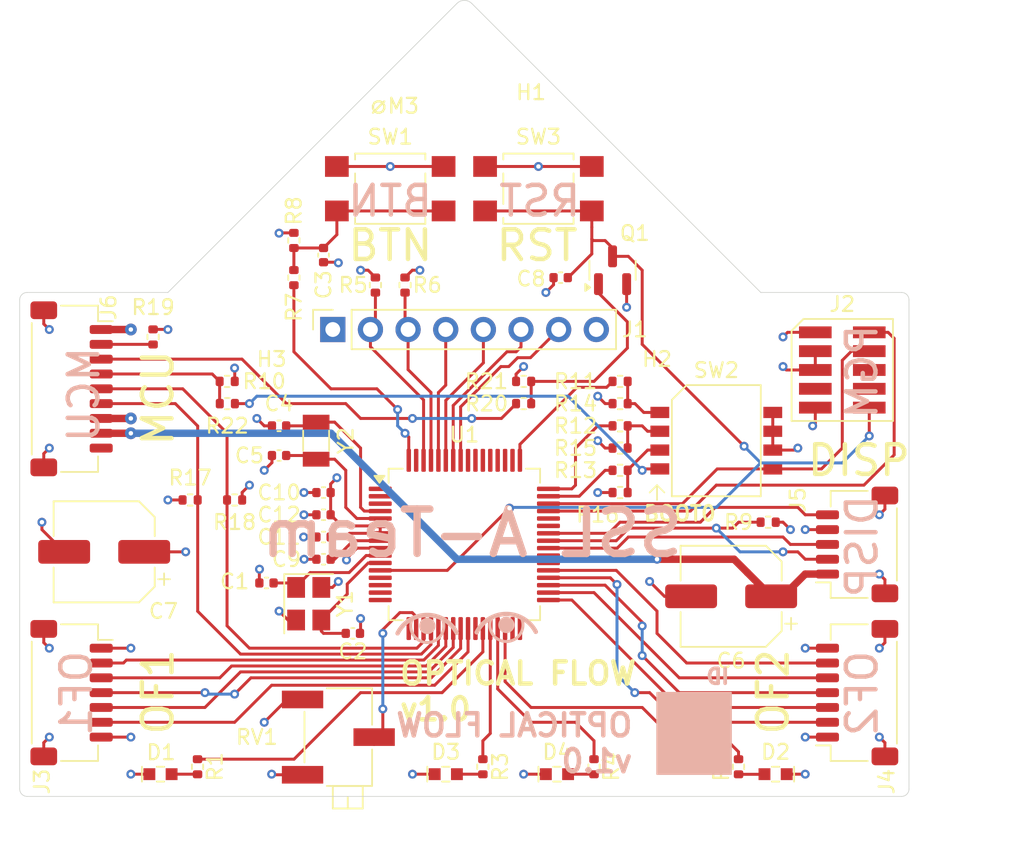
<source format=kicad_pcb>
(kicad_pcb (version 20240108) (generator "pcbnew") (generator_version "8.0")
  (layers (0 "F.Cu" signal) (1 "In1.Cu" signal) (2 "In2.Cu" signal) (31 "B.Cu" signal) (34 "B.Paste" user) (35 "F.Paste" user) (36 "B.SilkS" user "B.Silkscreen") (37 "F.SilkS" user "F.Silkscreen") (38 "B.Mask" user) (39 "F.Mask" user) (44 "Edge.Cuts" user))
  (net 0 "")
  (net 1 "GND")
  (net 2 "/NRST")
  (net 3 "+3.3V")
  (net 4 "Net-(U1-PF0)")
  (net 5 "Net-(U1-PF1)")
  (net 6 "+5V")
  (net 7 "Net-(C3-Pad1)")
  (net 8 "Net-(D1-A)")
  (net 9 "Net-(D2-A)")
  (net 10 "Net-(D3-A)")
  (net 11 "Net-(D4-A)")
  (net 12 "/SWDIO")
  (net 13 "/SWCLK")
  (net 14 "/MCU_BOOT_RX")
  (net 15 "/MCU_BOOT_RST")
  (net 16 "+12V")
  (net 17 "/MCU_BOOT_~{DET}")
  (net 18 "/MCU_BOOT_BOOT0")
  (net 19 "/MCU_BOOT_TX")
  (net 20 "/OPTICAL_1_MOSI")
  (net 21 "/OPTICAL_1_MISO")
  (net 22 "/OPTICAL_1_NSS")
  (net 23 "/OPTICAL_1_SCK")
  (net 24 "/OPTICAL_1_INT")
  (net 25 "/DISPLAY_~{RST}")
  (net 26 "/DISPLAY_RX")
  (net 27 "/DISPLAY_TX")
  (net 28 "/GPIO_PB6")
  (net 29 "/GPIO_PB4")
  (net 30 "/GPIO_PB5")
  (net 31 "/GPIO_PB3")
  (net 32 "/I2C_1_SDA")
  (net 33 "/I2C_1_SCL")
  (net 37 "/OPTICAL_2_MOSI")
  (net 38 "/OPTICAL_2_MISO")
  (net 39 "/OPTICAL_2_INT")
  (net 40 "/OPTICAL_2_NSS")
  (net 41 "/OPTICAL_2_SCK")
  (net 42 "Net-(R11-Pad1)")
  (net 43 "Net-(R12-Pad1)")
  (net 44 "Net-(R13-Pad1)")
  (net 45 "/32KHZ_CLK_REF")
  (net 46 "Net-(Q1-G)")
  (net 48 "/DIP_2")
  (net 49 "/DIP_1")
  (net 50 "/DIP_0")
  (net 51 "/USR_BTN")
  (net 52 "/LED_BLUE_1")
  (net 53 "/LED_BLUE_2")
  (net 54 "/LED_GREEN")
  (net 55 "/LED_RED")
  (net 56 "/USER_ADJ1")
  (net 74 "Net-(R22-Pad2)")
  (net 80 "Net-(U1-PC15)")
  (footprint "Button_Switch_SMD:SW_SPST_TL3305A" (layer "F.Cu") (at 161 81 180)
    (property "Reference" "SW1")
    (property "Value" "BTN0")
  )
  (footprint "Resistor_SMD:R_0402_1005Metric" (layer "F.Cu") (at 150.5 102 180)
    (property "Reference" "R18")
    (property "Value" "100k")
  )
  (footprint "AT-LED:LED0603" (layer "F.Cu") (at 187 120.5 180)
    (property "Reference" "D2")
    (property "Value" "XL-1608UBC-04")
  )
  (footprint "Resistor_SMD:R_0402_1005Metric" (layer "F.Cu") (at 147.5 102)
    (property "Reference" "R17")
    (property "Value" "100k")
  )
  (footprint "Package_QFP:LQFP-64_10x10mm_P0.5mm" (layer "F.Cu") (at 166 105)
    (property "Reference" "U1")
    (property "Value" "STM32G071RBTx")
  )
  (footprint "Capacitor_SMD:C_0402_1005Metric" (layer "F.Cu") (at 156.5 106)
    (property "Reference" "C9")
    (property "Value" "4.7u 6.3V")
  )
  (footprint "Capacitor_SMD:C_0402_1005Metric" (layer "F.Cu") (at 156.5 101.5)
    (property "Reference" "C10")
    (property "Value" "1u 6.3V")
  )
  (footprint "Capacitor_SMD:C_0402_1005Metric" (layer "F.Cu") (at 158.48 111)
    (property "Reference" "C2")
    (property "Value" "11pF 6.3V")
  )
  (footprint "Resistor_SMD:R_0402_1005Metric" (layer "F.Cu") (at 167.25 120 -90)
    (property "Reference" "R3")
    (property "Value" "10k")
  )
  (footprint "Resistor_SMD:R_0402_1005Metric" (layer "F.Cu") (at 184.5 120 -90)
    (property "Reference" "R2")
    (property "Value" "10k")
  )
  (footprint "Resistor_SMD:R_0402_1005Metric" (layer "F.Cu") (at 186.5 103.5 180)
    (property "Reference" "R9")
    (property "Value" "100k")
  )
  (footprint "Resistor_SMD:R_0402_1005Metric" (layer "F.Cu") (at 174.75 120 -90)
    (property "Reference" "R4")
    (property "Value" "10k")
  )
  (footprint "Connector_JST:JST_SH_SM09B-SRSS-TB_1x09-1MP_P1.00mm_Horizontal" (layer "F.Cu") (at 139.5 94.5 -90)
    (property "Reference" "J6")
    (property "Value" "SM09B-SRSS-TB")
  )
  (footprint "Resistor_SMD:R_0402_1005Metric" (layer "F.Cu") (at 176.51 97 180)
    (property "Reference" "R12")
    (property "Value" "330")
  )
  (footprint "Button_Switch_SMD:SW_SPST_TL3305A" (layer "F.Cu") (at 171 81)
    (property "Reference" "SW3")
    (property "Value" "RST")
  )
  (footprint "MountingHole:MountingHole_3.2mm_M3" (layer "F.Cu") (at 182 89)
    (property "Reference" "H2")
    (property "Value" "M3")
  )
  (footprint "Resistor_SMD:R_0402_1005Metric" (layer "F.Cu") (at 154.5 87 90)
    (property "Reference" "R7")
    (property "Value" "330")
  )
  (footprint "Capacitor_SMD:C_0402_1005Metric" (layer "F.Cu") (at 152.65 107.6 180)
    (property "Reference" "C1")
    (property "Value" "11pF 6.3V")
  )
  (footprint "Package_TO_SOT_SMD:SOT-23" (layer "F.Cu") (at 176 86.5 90)
    (property "Reference" "Q1")
    (property "Value" "BSS138K")
  )
  (footprint "Connector_PinSocket_2.54mm:PinSocket_1x08_P2.54mm_Vertical" (layer "F.Cu") (at 157.125 90.5 90)
    (property "Reference" "J1")
    (property "Value" "0.1\" Header")
  )
  (footprint "MountingHole:MountingHole_3.2mm_M3" (layer "F.Cu") (at 150 89)
    (property "Reference" "H3")
    (property "Value" "M3")
  )
  (footprint "Crystal:Crystal_SMD_3215-2Pin_3.2x1.5mm" (layer "F.Cu") (at 156 98 -90)
    (property "Reference" "Y2")
    (property "Value" "Q13FC13500005")
  )
  (footprint "Crystal:Crystal_SMD_3225-4Pin_3.2x2.5mm" (layer "F.Cu") (at 155.5 109 -90)
    (property "Reference" "Y1")
    (property "Value" "TAXM8M4RDBCCT2T")
  )
  (footprint "AT-Connectors:Samtec-2x5pin-1.27mm" (layer "F.Cu") (at 191.5 93.23 -90)
    (property "Reference" "J2")
    (property "Value" "Conn_ARM_JTAG_SWD_10")
  )
  (footprint "Potentiometer_SMD:Potentiometer_Bourns_3269X_Horizontal" (layer "F.Cu") (at 157.5 118 90)
    (property "Reference" "RV1")
    (property "Value" "ACFG1")
  )
  (footprint "Resistor_SMD:R_0402_1005Metric" (layer "F.Cu") (at 150.01 95.5)
    (property "Reference" "R22")
    (property "Value" "330")
  )
  (footprint "Connector_JST:JST_SH_SM05B-SRSS-TB_1x05-1MP_P1.00mm_Horizontal" (layer "F.Cu") (at 192.5 105 90)
    (property "Reference" "J5")
    (property "Value" "SM05B-SRSS-TB")
  )
  (footprint "AT-LED:LED0603" (layer "F.Cu") (at 145.5 120.5)
    (property "Reference" "D1")
    (property "Value" "XL-1608UBC-04")
  )
  (footprint "Resistor_SMD:R_0402_1005Metric" (layer "F.Cu") (at 176.51 98.5)
    (property "Reference" "R15")
    (property "Value" "10k")
  )
  (footprint "Resistor_SMD:R_0402_1005Metric" (layer "F.Cu") (at 170 94 180)
    (property "Reference" "R21")
    (property "Value" "10k")
  )
  (footprint "Resistor_SMD:R_0402_1005Metric" (layer "F.Cu") (at 150 94 180)
    (property "Reference" "R10")
    (property "Value" "100k")
  )
  (footprint "Resistor_SMD:R_0402_1005Metric" (layer "F.Cu") (at 176.51 100 180)
    (property "Reference" "R13")
    (property "Value" "330")
  )
  (footprint "Connector_JST:JST_SH_SM07B-SRSS-TB_1x07-1MP_P1.00mm_Horizontal" (layer "F.Cu") (at 139.5 115 -90)
    (property "Reference" "J3")
    (property "Value" "SM07B-SRSS-TB")
  )
  (footprint "Resistor_SMD:R_0402_1005Metric" (layer "F.Cu") (at 145 91 -90)
    (property "Reference" "R19")
    (property "Value" "330")
  )
  (footprint "Resistor_SMD:R_0402_1005Metric" (layer "F.Cu") (at 176.51 94 180)
    (property "Reference" "R11")
    (property "Value" "330")
  )
  (footprint "Resistor_SMD:R_0402_1005Metric" (layer "F.Cu") (at 154.5 84.49 90)
    (property "Reference" "R8")
    (property "Value" "10k")
  )
  (footprint "Resistor_SMD:R_0402_1005Metric" (layer "F.Cu") (at 176.51 101.5)
    (property "Reference" "R16")
    (property "Value" "10k")
  )
  (footprint "Capacitor_SMD:C_0402_1005Metric" (layer "F.Cu") (at 156.5 85.48 -90)
    (property "Reference" "C3")
    (property "Value" "100n 6.3V")
  )
  (footprint "Resistor_SMD:R_0402_1005Metric" (layer "F.Cu") (at 160 87.5 -90)
    (property "Reference" "R5")
    (property "Value" "2.2k")
  )
  (footprint "MountingHole:MountingHole_3.2mm_M3" (layer "F.Cu") (at 166 73)
    (property "Reference" "H1")
    (property "Value" "M3")
  )
  (footprint "AT-LED:LED0603" (layer "F.Cu") (at 164.75 120.5)
    (property "Reference" "D3")
    (property "Value" "XL-1608UGC-04")
  )
  (footprint "Connector_JST:JST_SH_SM07B-SRSS-TB_1x07-1MP_P1.00mm_Horizontal" (layer "F.Cu") (at 192.5 115 90)
    (property "Reference" "J4")
    (property "Value" "SM07B-SRSS-TB")
  )
  (footprint "Capacitor_SMD:C_0402_1005Metric" (layer "F.Cu") (at 153.5 99 180)
    (property "Reference" "C5")
    (property "Value" "15pF 6.3V")
  )
  (footprint "Resistor_SMD:R_0402_1005Metric" (layer "F.Cu") (at 148 120 -90)
    (property "Reference" "R1")
    (property "Value" "10k")
  )
  (footprint "Capacitor_SMD:CP_Elec_6.3x5.4_Nichicon" (layer "F.Cu") (at 184 108.5 180)
    (property "Reference" "C6")
    (property "Value" "100u")
  )
  (footprint "AT-LED:LED0603" (layer "F.Cu") (at 172.25 120.5)
    (property "Reference" "D4")
    (property "Value" "XL-1608SURC-06")
  )
  (footprint "Resistor_SMD:R_0402_1005Metric" (layer "F.Cu") (at 176.51 95.5)
    (property "Reference" "R14")
    (property "Value" "10k")
  )
  (footprint "Capacitor_SMD:C_0402_1005Metric" (layer "F.Cu") (at 156.5 103 180)
    (property "Reference" "C12")
    (property "Value" "100n 6.3V")
  )
  (footprint "Capacitor_SMD:C_0402_1005Metric" (layer "F.Cu") (at 153.5 97 180)
    (property "Reference" "C4")
    (property "Value" "15pF 6.3V")
  )
  (footprint "Capacitor_SMD:C_0402_1005Metric" (layer "F.Cu") (at 172.5 87 180)
    (property "Reference" "C8")
    (property "Value" "100n 6.3V")
  )
  (footprint "Resistor_SMD:R_0402_1005Metric" (layer "F.Cu") (at 162 87.5 -90)
    (property "Reference" "R6")
    (property "Value" "2.2k")
  )
  (footprint "AT-Switches:CHP-041TB" (layer "F.Cu") (at 183 98 -90)
    (property "Reference" "SW2")
    (property "Value" "SW_DIP_x04")
  )
  (footprint "Resistor_SMD:R_0402_1005Metric" (layer "F.Cu") (at 170 95.5)
    (property "Reference" "R20")
    (property "Value" "100")
  )
  (footprint "Capacitor_SMD:C_0402_1005Metric" (layer "F.Cu") (at 156.5 104.5 180)
    (property "Reference" "C11")
    (property "Value" "100n 6.3V")
  )
  (footprint "Capacitor_SMD:CP_Elec_6.3x5.4_Nichicon" (layer "F.Cu") (at 141.7 105.5 180)
    (property "Reference" "C7")
    (property "Value" "100u")
  )
  (gr_circle (center 168.836005 110.431937) (end 169.336005 110.431937) (stroke (width 0.1)) (fill solid) (layer "B.SilkS"))
  (gr_arc (start 169.836004 109.931937) (mid 168.836005 111.549969) (end 167.836006 109.931937) (stroke (width 0.2)) (layer "B.SilkS"))
  (gr_circle (center 163.499999 110.5) (end 163.999999 110.5) (stroke (width 0.1)) (fill solid) (layer "B.SilkS"))
  (gr_arc (start 161.497562 110.998787) (mid 163.480729 109.761294) (end 165.484904 110.964466) (stroke (width 0.3)) (layer "B.SilkS"))
  (gr_rect (start 179 115) (end 184 120.5) (stroke (width 0.1)) (fill solid) (layer "B.SilkS"))
  (gr_arc (start 164.499998 110) (mid 163.499999 111.618032) (end 162.5 110) (stroke (width 0.2)) (layer "B.SilkS"))
  (gr_arc (start 166.833568 110.930724) (mid 168.816735 109.693231) (end 170.82091 110.896403) (stroke (width 0.3)) (layer "B.SilkS"))
  (gr_line (start 179 101) (end 179.5 101.5) (stroke (width 0.1)) (layer "F.SilkS"))
  (gr_line (start 179 101) (end 179 102) (stroke (width 0.1)) (layer "F.SilkS"))
  (gr_line (start 179 102) (end 179 101) (stroke (width 0.1)) (layer "F.SilkS"))
  (gr_line (start 178.5 101.5) (end 179 101) (stroke (width 0.1)) (layer "F.SilkS"))
  (gr_line (start 179 101) (end 178.5 101.5) (stroke (width 0.1)) (layer "F.SilkS"))
  (gr_line (start 195.5 88) (end 186 88) (stroke (width 0.05)) (layer "Edge.Cuts"))
  (gr_line (start 146 88) (end 165.5 68.5) (stroke (width 0.05)) (layer "Edge.Cuts"))
  (gr_line (start 195.999999 88.499999) (end 195.999999 121.500001) (stroke (width 0.05)) (layer "Edge.Cuts"))
  (gr_arc (start 136.5 122) (mid 136.146447 121.853553) (end 136 121.5) (stroke (width 0.05)) (layer "Edge.Cuts"))
  (gr_line (start 195.5 122) (end 136.5 122) (stroke (width 0.05)) (layer "Edge.Cuts"))
  (gr_arc (start 136 88.5) (mid 136.146446 88.146447) (end 136.499999 88) (stroke (width 0.05)) (layer "Edge.Cuts"))
  (gr_line (start 136 121.5) (end 136 88.5) (stroke (width 0.05)) (layer "Edge.Cuts"))
  (gr_arc (start 165.5 68.5) (mid 166 68.292893) (end 166.5 68.5) (stroke (width 0.05)) (layer "Edge.Cuts"))
  (gr_line (start 166.5 68.5) (end 186 88) (stroke (width 0.05)) (layer "Edge.Cuts"))
  (gr_arc (start 195.5 88) (mid 195.853553 88.146446) (end 195.999999 88.499999) (stroke (width 0.05)) (layer "Edge.Cuts"))
  (gr_arc (start 195.999999 121.500001) (mid 195.853552 121.853553) (end 195.5 122) (stroke (width 0.05)) (layer "Edge.Cuts"))
  (gr_line (start 146 88) (end 136.499999 88) (stroke (width 0.05)) (layer "Edge.Cuts"))
  (gr_text "MCU\n" (at 141.5 91.5 90) (layer "B.SilkS") (effects (font (size 2 2) (thickness 0.3)) (justify left bottom mirror)))
  (gr_text "SSL A-Team" (at 181 106 0) (layer "B.SilkS") (effects (font (size 3 3) (thickness 0.5) (bold yes)) (justify left bottom mirror)))
  (gr_text "BTN" (at 164 83 -0) (layer "B.SilkS") (effects (font (size 2 2) (thickness 0.3)) (justify left bottom mirror)))
  (gr_text "DISP" (at 194 101.5 90) (layer "B.SilkS") (effects (font (size 2 2) (thickness 0.3)) (justify left bottom mirror)))
  (gr_text "PGM" (at 194 90 90) (layer "B.SilkS") (effects (font (size 2 2) (thickness 0.3)) (justify left bottom mirror)))
  (gr_text "OPTICAL FLOW\nv1.0" (at 177.5 120.5 -0) (layer "B.SilkS") (effects (font (size 1.5 1.5) (thickness 0.3) (bold yes)) (justify left bottom mirror)))
  (gr_text "OF2\n" (at 194 112 90) (layer "B.SilkS") (effects (font (size 2 2) (thickness 0.3)) (justify left bottom mirror)))
  (gr_text "OF1" (at 141 112 90) (layer "B.SilkS") (effects (font (size 2 2) (thickness 0.3)) (justify left bottom mirror)))
  (gr_text "RST" (at 174 83 -0) (layer "B.SilkS") (effects (font (size 2 2) (thickness 0.3)) (justify left bottom mirror)))
  (gr_text "ID" (at 184 114.5 0) (layer "B.SilkS") (effects (font (size 1 1) (thickness 0.25) (bold yes)) (justify left bottom mirror)))
  (gr_text "OF1" (at 146.5 118 90) (layer "F.SilkS") (effects (font (size 2 2) (thickness 0.3)) (justify left bottom)))
  (gr_text "MCU\n" (at 146.5 98.5 90) (layer "F.SilkS") (effects (font (size 2 2) (thickness 0.3)) (justify left bottom)))
  (gr_text "RST" (at 168 86 0) (layer "F.SilkS") (effects (font (size 2 2) (thickness 0.3)) (justify left bottom)))
  (gr_text "BOOT0" (at 178 103.5 0) (layer "F.SilkS") (effects (font (size 1 1) (thickness 0.2) (bold yes)) (justify left bottom)))
  (gr_text "OPTICAL FLOW\nv1.0" (at 161.5 117 0) (layer "F.SilkS") (effects (font (size 1.5 1.5) (thickness 0.3) (bold yes)) (justify left bottom)))
  (gr_text "OF2\n" (at 188 118 90) (layer "F.SilkS") (effects (font (size 2 2) (thickness 0.3)) (justify left bottom)))
  (gr_text "⌀M3" (at 159.5 76 0) (layer "F.SilkS") (effects (font (size 1 1)) (justify left bottom)))
  (gr_text "DISP" (at 189 100.5 0) (layer "F.SilkS") (effects (font (size 2 2) (thickness 0.3)) (justify left bottom)))
  (gr_text "BTN" (at 158 86 0) (layer "F.SilkS") (effects (font (size 2 2) (thickness 0.3)) (justify left bottom)))
  (segment (start 194.375 111.625) (end 194.375 110.7) (width 0.2) (layer "F.Cu") (net 1))
  (segment (start 157.1 107.9) (end 157.5 107.5) (width 0.2) (layer "F.Cu") (net 1))
  (segment (start 172.02 87.48) (end 172.02 87) (width 0.2) (layer "F.Cu") (net 1))
  (segment (start 150.51 94) (end 150.51 93.11) (width 0.2) (layer "F.Cu") (net 1))
  (segment (start 152.17 106.6809) (end 152.17 107.6) (width 0.2) (layer "F.Cu") (net 1))
  (segment (start 189.68 91.96) (end 189.68 93.23) (width 0.2) (layer "F.Cu") (net 1))
  (segment (start 137.625 89.2) (end 137.625 90.125) (width 0.2) (layer "F.Cu") (net 1))
  (segment (start 144.75 120.5) (end 143.5 120.5) (width 0.2) (layer "F.Cu") (net 1))
  (segment (start 194.375 107.375) (end 194 107) (width 0.2) (layer "F.Cu") (net 1))
  (segment (start 137.625 110.7) (end 137.625 111.625) (width 0.2) (layer "F.Cu") (net 1))
  (segment (start 194.375 101.7) (end 194.375 102.625) (width 0.2) (layer "F.Cu") (net 1))
  (segment (start 189.68 93.23) (end 187.73 93.23) (width 0.2) (layer "F.Cu") (net 1))
  (segment (start 187.73 93.23) (end 187.5 93) (width 0.2) (layer "F.Cu") (net 1))
  (segment (start 171.5 88) (end 172.02 87.48) (width 0.2) (layer "F.Cu") (net 1))
  (segment (start 190.5 112) (end 189 112) (width 0.2) (layer "F.Cu") (net 1))
  (segment (start 150.51 93.11) (end 150.5 93.1) (width 0.2) (layer "F.Cu") (net 1))
  (segment (start 137.5 104) (end 137.5 103.5) (width 0.2) (layer "F.Cu") (net 1))
  (segment (start 137.625 111.625) (end 138 112) (width 0.2) (layer "F.Cu") (net 1))
  (segment (start 181.3 108.5) (end 179.5 108.5) (width 0.2) (layer "F.Cu") (net 1))
  (segment (start 145.99 90.49) (end 146 90.5) (width 0.2) (layer "F.Cu") (net 1))
  (segment (start 139 105.5) (end 137.5 104) (width 0.2) (layer "F.Cu") (net 1))
  (segment (start 176 95.5) (end 175.5 95.5) (width 0.2) (layer "F.Cu") (net 1))
  (segment (start 167.4 79.5) (end 174.6 79.5) (width 0.2) (layer "F.Cu") (net 1))
  (segment (start 153.52 83.98) (end 153.5 84) (width 0.2) (layer "F.Cu") (net 1))
  (segment (start 137.625 98.875) (end 138 98.5) (width 0.2) (layer "F.Cu") (net 1))
  (segment (start 194.375 102.625) (end 194 103) (width 0.2) (layer "F.Cu") (net 1))
  (segment (start 176.95 87.4375) (end 176.95 89) (width 0.2) (layer "F.Cu") (net 1))
  (segment (start 176 101.5) (end 175 101.5) (width 0.2) (layer "F.Cu") (net 1))
  (segment (start 153 120.5) (end 153.04 120.54) (width 0.2) (layer "F.Cu") (net 1))
  (segment (start 145 90.49) (end 145.99 90.49) (width 0.2) (layer "F.Cu") (net 1))
  (segment (start 156.02 106) (end 155.188105 106) (width 0.2) (layer "F.Cu") (net 1))
  (segment (start 137.625 99.8) (end 137.625 98.875) (width 0.2) (layer "F.Cu") (net 1))
  (segment (start 194.375 108.3) (end 194.375 107.375) (width 0.2) (layer "F.Cu") (net 1))
  (segment (start 152.179658 106.671242) (end 152.17 106.6809) (width 0.2) (layer "F.Cu") (net 1))
  (segment (start 194.375 119.3) (end 194.375 118.375) (width 0.2) (layer "F.Cu") (net 1))
  (segment (start 155.179922 101.5) (end 156.02 101.5) (width 0.2) (layer "F.Cu") (net 1))
  (segment (start 158.75 105.25) (end 158.049265 105.950735) (width 0.2) (layer "F.Cu") (net 1))
  (segment (start 169.49 94) (end 169.49 93.51) (width 0.2) (layer "F.Cu") (net 1))
  (segment (start 156.35 107.9) (end 157.1 107.9) (width 0.2) (layer "F.Cu") (net 1))
  (segment (start 152.5 97) (end 152 96.5) (width 0.2) (layer "F.Cu") (net 1))
  (segment (start 155.177533 103) (end 156.02 103) (width 0.2) (layer "F.Cu") (net 1))
  (segment (start 164 120.5) (end 162.5 120.5) (width 0.2) (layer "F.Cu") (net 1))
  (segment (start 157.46 85.96) (end 157.5 86) (width 0.2) (layer "F.Cu") (net 1))
  (segment (start 187.75 120.5) (end 189 120.5) (width 0.2) (layer "F.Cu") (net 1))
  (segment (start 153.02 97) (end 152.5 97) (width 0.2) (layer "F.Cu") (net 1))
  (segment (start 153.5 109.5) (end 154.1 110.1) (width 0.2) (layer "F.Cu") (net 1))
  (segment (start 153.04 120.54) (end 155.085 120.54) (width 0.2) (layer "F.Cu") (net 1))
  (segment (start 156.5 85.96) (end 157.46 85.96) (width 0.2) (layer "F.Cu") (net 1))
  (segment (start 189.68 95.77) (end 189.68 96.82) (width 0.2) (layer "F.Cu") (net 1))
  (segment (start 156.02 104.5) (end 155.155858 104.5) (width 0.2) (layer "F.Cu") (net 1))
  (segment (start 179.5 108.5) (end 178.5 107.5) (width 0.2) (layer "F.Cu") (net 1))
  (segment (start 154.1 110.1) (end 154.65 110.1) (width 0.2) (layer "F.Cu") (net 1))
  (segment (start 153.02 99.48) (end 152.5 100) (width 0.2) (layer "F.Cu") (net 1))
  (segment (start 175.5 98.5) (end 175 98) (width 0.2) (layer "F.Cu") (net 1))
  (segment (start 190.5 104) (end 189 104) (width 0.2) (layer "F.Cu") (net 1))
  (segment (start 194 112) (end 194.375 111.625) (width 0.2) (layer "F.Cu") (net 1))
  (segment (start 153.02 99) (end 153.02 99.48) (width 0.2) (layer "F.Cu") (net 1))
  (segment (start 176 98.5) (end 175.5 98.5) (width 0.2) (layer "F.Cu") (net 1))
  (segment (start 169.49 93.51) (end 170 93) (width 0.2) (layer "F.Cu") (net 1))
  (segment (start 175.5 95.5) (end 175 95) (width 0.2) (layer "F.Cu") (net 1))
  (segment (start 159 111) (end 159 110) (width 0.2) (layer "F.Cu") (net 1))
  (segment (start 158.96 111.04) (end 159 111) (width 0.2) (layer "F.Cu") (net 1))
  (segment (start 158.049265 105.950735) (end 158.049265 106.049265) (width 0.2) (layer "F.Cu") (net 1))
  (segment (start 194.375 118.375) (end 194 118) (width 0.2) (layer "F.Cu") (net 1))
  (segment (start 137.625 118.375) (end 138 118) (width 0.2) (layer "F.Cu") (net 1))
  (segment (start 137.625 90.125) (end 138 90.5) (width 0.2) (layer "F.Cu") (net 1))
  (segment (start 154.5 83.98) (end 153.52 83.98) (width 0.2) (layer "F.Cu") (net 1))
  (segment (start 137.625 119.3) (end 137.625 118.375) (width 0.2) (layer "F.Cu") (net 1))
  (segment (start 160.325 105.25) (end 158.75 105.25) (width 0.2) (layer "F.Cu") (net 1))
  (segment (start 141.5 90.5) (end 143.5 90.5) (width 0.5) (layer "F.Cu") (net 1))
  (segment (start 141.5 118) (end 143.5 118) (width 0.2) (layer "F.Cu") (net 1))
  (segment (start 171.5 120.5) (end 170 120.5) (width 0.2) (layer "F.Cu") (net 1))
  (segment (start 189.68 96.82) (end 189.5 97) (width 0.2) (layer "F.Cu") (net 1))
  (via (at 194 103) (size 0.6) (drill 0.3) (layers "F.Cu" "B.Cu") (net 1))
  (via (at 152 96.5) (size 0.6) (drill 0.3) (layers "F.Cu" "B.Cu") (net 1))
  (via (at 159 110) (size 0.6) (drill 0.3) (layers "F.Cu" "B.Cu") (net 1))
  (via (at 176.95 89) (size 0.6) (drill 0.3) (layers "F.Cu" "B.Cu") (net 1))
  (via (at 150.5 93.1) (size 0.6) (drill 0.3) (layers "F.Cu" "B.Cu") (net 1))
  (via (at 194 118) (size 0.6) (drill 0.3) (layers "F.Cu" "B.Cu") (net 1))
  (via (at 187.5 93) (size 0.6) (drill 0.3) (layers "F.Cu" "B.Cu") (net 1))
  (via (at 162.5 120.5) (size 0.6) (drill 0.3) (layers "F.Cu" "B.Cu") (net 1))
  (via (at 189.5 97) (size 0.6) (drill 0.3) (layers "F.Cu" "B.Cu") (net 1))
  (via (at 171.5 88) (size 0.6) (drill 0.3) (layers "F.Cu" "B.Cu") (net 1))
  (via (at 189 120.5) (size 0.6) (drill 0.3) (layers "F.Cu" "B.Cu") (net 1))
  (via (at 175 101.5) (size 0.6) (drill 0.3) (layers "F.Cu" "B.Cu") (net 1))
  (via (at 194 112) (size 0.6) (drill 0.3) (layers "F.Cu" "B.Cu") (net 1))
  (via (at 153 120.5) (size 0.6) (drill 0.3) (layers "F.Cu" "B.Cu") (net 1))
  (via (at 153.5 109.5) (size 0.6) (drill 0.3) (layers "F.Cu" "B.Cu") (net 1))
  (via (at 143.5 120.5) (size 0.6) (drill 0.3) (layers "F.Cu" "B.Cu") (net 1))
  (via (at 146 90.5) (size 0.6) (drill 0.3) (layers "F.Cu" "B.Cu") (net 1))
  (via (at 171 79.5) (size 0.6) (drill 0.3) (layers "F.Cu" "B.Cu") (net 1))
  (via (at 155.155858 104.5) (size 0.6) (drill 0.3) (layers "F.Cu" "B.Cu") (net 1))
  (via (at 152.179658 106.671242) (size 0.6) (drill 0.3) (layers "F.Cu" "B.Cu") (net 1))
  (via (at 155.177533 103) (size 0.6) (drill 0.3) (layers "F.Cu" "B.Cu") (net 1))
  (via (at 175 95) (size 0.6) (drill 0.3) (layers "F.Cu" "B.Cu") (net 1))
  (via (at 157.5 107.5) (size 0.6) (drill 0.3) (layers "F.Cu" "B.Cu") (net 1))
  (via (at 194 107) (size 0.6) (drill 0.3) (layers "F.Cu" "B.Cu") (net 1))
  (via (at 178.5 107.5) (size 0.6) (drill 0.3) (layers "F.Cu" "B.Cu") (net 1))
  (via (at 137.5 103.5) (size 0.6) (drill 0.3) (layers "F.Cu" "B.Cu") (net 1))
  (via (at 189 104) (size 0.6) (drill 0.3) (layers "F.Cu" "B.Cu") (net 1))
  (via (at 153.5 84) (size 0.6) (drill 0.3) (layers "F.Cu" "B.Cu") (net 1))
  (via (at 155.179922 101.5) (size 0.6) (drill 0.3) (layers "F.Cu" "B.Cu") (net 1))
  (via (at 138 98.5) (size 0.6) (drill 0.3) (layers "F.Cu" "B.Cu") (net 1))
  (via (at 175 98) (size 0.6) (drill 0.3) (layers "F.Cu" "B.Cu") (net 1))
  (via (at 138 112) (size 0.6) (drill 0.3) (layers "F.Cu" "B.Cu") (net 1))
  (via (at 143.5 90.5) (size 0.8) (drill 0.3) (layers "F.Cu" "B.Cu") (net 1))
  (via (at 152.5 100) (size 0.6) (drill 0.3) (layers "F.Cu" "B.Cu") (net 1))
  (via (at 138 90.5) (size 0.6) (drill 0.3) (layers "F.Cu" "B.Cu") (net 1))
  (via (at 170 93) (size 0.6) (drill 0.3) (layers "F.Cu" "B.Cu") (net 1))
  (via (at 155.188105 106) (size 0.6) (drill 0.3) (layers "F.Cu" "B.Cu") (net 1))
  (via (at 157.5 86) (size 0.6) (drill 0.3) (layers "F.Cu" "B.Cu") (net 1))
  (via (at 170 120.5) (size 0.6) (drill 0.3) (layers "F.Cu" "B.Cu") (net 1))
  (via (at 143.5 118) (size 0.6) (drill 0.3) (layers "F.Cu" "B.Cu") (net 1))
  (via (at 189 112) (size 0.6) (drill 0.3) (layers "F.Cu" "B.Cu") (net 1))
  (via (at 158.049265 106.049265) (size 0.6) (drill 0.3) (layers "F.Cu" "B.Cu") (net 1))
  (via (at 138 118) (size 0.6) (drill 0.3) (layers "F.Cu" "B.Cu") (net 1))
  (segment (start 174.6 84.4) (end 174.6 83.6) (width 0.2) (layer "F.Cu") (net 2))
  (segment (start 178 86.5) (end 177.0625 85.5625) (width 0.2) (layer "F.Cu") (net 2))
  (segment (start 172.98 87) (end 173 87) (width 0.2) (layer "F.Cu") (net 2))
  (segment (start 174.6 84.4) (end 174.7 84.5) (width 0.2) (layer "F.Cu") (net 2))
  (segment (start 174.6 82.5) (end 174.6 83.6) (width 0.2) (layer "F.Cu") (net 2))
  (segment (start 174.7 84.5) (end 175.5 84.5) (width 0.2) (layer "F.Cu") (net 2))
  (segment (start 167.4 82.5) (end 174.6 82.5) (width 0.2) (layer "F.Cu") (net 2))
  (segment (start 174.6 85.4) (end 174.6 84.4) (width 0.2) (layer "F.Cu") (net 2))
  (segment (start 164.85 106.75) (end 160.325 106.75) (width 0.2) (layer "F.Cu") (net 2))
  (segment (start 177.0625 85.5625) (end 176 85.5625) (width 0.2) (layer "F.Cu") (net 2))
  (segment (start 176 85) (end 176 85.5625) (width 0.2) (layer "F.Cu") (net 2))
  (segment (start 169.05 102.55) (end 164.85 106.75) (width 0.2) (layer "F.Cu") (net 2))
  (segment (start 173 87) (end 174.6 85.4) (width 0.2) (layer "F.Cu") (net 2))
  (segment (start 178 91.5) (end 178 86.5) (width 0.2) (layer "F.Cu") (net 2))
  (segment (start 184.875 98.375) (end 178 91.5) (width 0.2) (layer "F.Cu") (net 2))
  (segment (start 175.5 84.5) (end 176 85) (width 0.2) (layer "F.Cu") (net 2))
  (segment (start 193.32 97.68) (end 193.32 95.77) (width 0.2) (layer "F.Cu") (net 2))
  (via (at 184.875 98.375) (size 0.6) (drill 0.3) (layers "F.Cu" "B.Cu") (net 2))
  (via (at 169.05 102.55) (size 0.6) (drill 0.3) (layers "F.Cu" "B.Cu") (net 2))
  (via (at 193.32 97.68) (size 0.6) (drill 0.3) (layers "F.Cu" "B.Cu") (net 2))
  (segment (start 193.32 97.68) (end 191.5 99.5) (width 0.2) (layer "B.Cu") (net 2))
  (segment (start 169.05 102.55) (end 169.1 102.5) (width 0.2) (layer "B.Cu") (net 2))
  (segment (start 186 99.5) (end 184.875 98.375) (width 0.2) (layer "B.Cu") (net 2))
  (segment (start 183 102.5) (end 186 99.5) (width 0.2) (layer "B.Cu") (net 2))
  (segment (start 191.5 99.5) (end 186 99.5) (width 0.2) (layer "B.Cu") (net 2))
  (segment (start 169.1 102.5) (end 183 102.5) (width 0.2) (layer "B.Cu") (net 2))
  (segment (start 144.4 105.5) (end 147.2 105.5) (width 0.2) (layer "F.Cu") (net 3))
  (segment (start 186.81 98.635) (end 186.81 97.365) (width 0.2) (layer "F.Cu") (net 3))
  (segment (start 157.25 106) (end 158.5 104.75) (width 0.2) (layer "F.Cu") (net 3))
  (segment (start 156.98 100.92) (end 157.4 100.5) (width 0.2) (layer "F.Cu") (net 3))
  (segment (start 159 86.5) (end 159.51 86.5) (width 0.2) (layer "F.Cu") (net 3))
  (segment (start 142 96.5) (end 143.5 96.5) (width 0.5) (layer "F.Cu") (net 3))
  (segment (start 157.4 79.5) (end 164.6 79.5) (width 0.2) (layer "F.Cu") (net 3))
  (segment (start 159.51 86.5) (end 160 86.99) (width 0.2) (layer "F.Cu") (net 3))
  (segment (start 156.98 104.5) (end 158 104.5) (width 0.2) (layer "F.Cu") (net 3))
  (segment (start 162.49 86.5) (end 162 86.99) (width 0.2) (layer "F.Cu") (net 3))
  (segment (start 187.01 103.5) (end 187.5 103.5) (width 0.2) (layer "F.Cu") (net 3))
  (segment (start 187.81 90.69) (end 187.5 91) (width 0.2) (layer "F.Cu") (net 3))
  (segment (start 189.68 90.69) (end 187.81 90.69) (width 0.2) (layer "F.Cu") (net 3))
  (segment (start 158 104.5) (end 158.25 104.25) (width 0.2) (layer "F.Cu") (net 3))
  (segment (start 156.98 106) (end 157.25 106) (width 0.2) (layer "F.Cu") (net 3))
  (segment (start 160.325 103.75) (end 160.325 104.25) (width 0.2) (layer "F.Cu") (net 3))
  (segment (start 156.98 101.5) (end 156.98 103) (width 0.2) (layer "F.Cu") (net 3))
  (segment (start 158.25 104.25) (end 160.325 104.25) (width 0.2) (layer "F.Cu") (net 3))
  (segment (start 160.325 104.25) (end 160.325 104.75) (width 0.2) (layer "F.Cu") (net 3))
  (segment (start 157.73 103.75) (end 156.98 103) (width 0.2) (layer "F.Cu") (net 3))
  (segment (start 186.81 96.095) (end 186.81 97.365) (width 0.2) (layer "F.Cu") (net 3))
  (segment (start 146.99 102) (end 146 102) (width 0.2) (layer "F.Cu") (net 3))
  (segment (start 160.325 103.75) (end 157.73 103.75) (width 0.2) (layer "F.Cu") (net 3))
  (segment (start 188.365 98.635) (end 188.5 98.5) (width 0.2) (layer "F.Cu") (net 3))
  (segment (start 156.98 101.5) (end 156.98 100.92) (width 0.2) (layer "F.Cu") (net 3))
  (segment (start 155.085 115.46) (end 154.04 115.46) (width 0.2) (layer "F.Cu") (net 3))
  (segment (start 154.04 115.46) (end 152.5 117) (width 0.2) (layer "F.Cu") (net 3))
  (segment (start 151.01 102) (end 151.01 101.49) (width 0.2) (layer "F.Cu") (net 3))
  (segment (start 187.5 103.5) (end 188 104) (width 0.2) (layer "F.Cu") (net 3))
  (segment (start 141.5 112) (end 143.5 112) (width 0.2) (layer "F.Cu") (net 3))
  (segment (start 190.5 118) (end 189 118) (width 0.2) (layer "F.Cu") (net 3))
  (segment (start 158.5 104.75) (end 160.325 104.75) (width 0.2) (layer "F.Cu") (net 3))
  (segment (start 163 86.5) (end 162.49 86.5) (width 0.2) (layer "F.Cu") (net 3))
  (segment (start 151.01 101.49) (end 151.5 101) (width 0.2) (layer "F.Cu") (net 3))
  (segment (start 186.81 98.635) (end 188.365 98.635) (width 0.2) (layer "F.Cu") (net 3))
  (via (at 147.2 105.5) (size 0.6) (drill 0.3) (layers "F.Cu" "B.Cu") (net 3))
  (via (at 163 86.5) (size 0.6) (drill 0.3) (layers "F.Cu" "B.Cu") (net 3))
  (via (at 146 102) (size 0.6) (drill 0.3) (layers "F.Cu" "B.Cu") (net 3))
  (via (at 161 79.5) (size 0.6) (drill 0.3) (layers "F.Cu" "B.Cu") (net 3))
  (via (at 159 86.5) (size 0.6) (drill 0.3) (layers "F.Cu" "B.Cu") (net 3))
  (via (at 143.5 112) (size 0.6) (drill 0.3) (layers "F.Cu" "B.Cu") (net 3))
  (via (at 151.5 101) (size 0.6) (drill 0.3) (layers "F.Cu" "B.Cu") (net 3))
  (via (at 188 104) (size 0.6) (drill 0.3) (layers "F.Cu" "B.Cu") (net 3))
  (via (at 189 118) (size 0.6) (drill 0.3) (layers "F.Cu" "B.Cu") (net 3))
  (via (at 187.5 91) (size 0.6) (drill 0.3) (layers "F.Cu" "B.Cu") (net 3))
  (via (at 188.5 98.5) (size 0.6) (drill 0.3) (layers "F.Cu" "B.Cu") (net 3))
  (via (at 157.4 100.5) (size 0.6) (drill 0.3) (layers "F.Cu" "B.Cu") (net 3))
  (via (at 152.5 117) (size 0.6) (drill 0.3) (layers "F.Cu" "B.Cu") (net 3))
  (via (at 143.5 96.5) (size 0.8) (drill 0.3) (layers "F.Cu" "B.Cu") (net 3))
  (segment (start 158.225 106.9) (end 159.375 105.75) (width 0.2) (layer "F.Cu") (net 4))
  (segment (start 155.6 106.9) (end 158.225 106.9) (width 0.2) (layer "F.Cu") (net 4))
  (segment (start 154.35 107.6) (end 154.65 107.9) (width 0.2) (layer "F.Cu") (net 4))
  (segment (start 154.65 107.9) (end 154.65 107.85) (width 0.2) (layer "F.Cu") (net 4))
  (segment (start 159.375 105.75) (end 160.325 105.75) (width 0.2) (layer "F.Cu") (net 4))
  (segment (start 153.13 107.6) (end 154.35 107.6) (width 0.2) (layer "F.Cu") (net 4))
  (segment (start 154.65 107.85) (end 155.6 106.9) (width 0.2) (layer "F.Cu") (net 4))
  (segment (start 156.5 111) (end 156.35 110.85) (width 0.2) (layer "F.Cu") (net 5))
  (segment (start 158 111) (end 156.5 111) (width 0.2) (layer "F.Cu") (net 5))
  (segment (start 156.35 110.85) (end 156.35 110.1) (width 0.2) (layer "F.Cu") (net 5))
  (segment (start 158.1 107.66759) (end 158.1 108.35) (width 0.2) (layer "F.Cu") (net 5))
  (segment (start 158.1 108.35) (end 156.35 110.1) (width 0.2) (layer "F.Cu") (net 5))
  (segment (start 159.51759 106.25) (end 158.1 107.66759) (width 0.2) (layer "F.Cu") (net 5))
  (segment (start 160.325 106.25) (end 159.51759 106.25) (width 0.2) (layer "F.Cu") (net 5))
  (segment (start 187.5 108.5) (end 189 107) (width 0.5) (layer "F.Cu") (net 6))
  (segment (start 186.7 108.5) (end 187.5 108.5) (width 0.5) (layer "F.Cu") (net 6))
  (segment (start 142 97.5) (end 143.5 97.5) (width 0.5) (layer "F.Cu") (net 6))
  (segment (start 185.1 106.9) (end 186.7 108.5) (width 0.5) (layer "F.Cu") (net 6))
  (segment (start 189 107) (end 190.5 107) (width 0.5) (layer "F.Cu") (net 6))
  (segment (start 184.2 106) (end 185.1 106.9) (width 0.5) (layer "F.Cu") (net 6))
  (segment (start 179 106) (end 184.2 106) (width 0.5) (layer "F.Cu") (net 6))
  (segment (start 187 108.5) (end 186.7 108.5) (width 0.2) (layer "F.Cu") (net 6))
  (via (at 143.5 97.5) (size 0.8) (drill 0.3) (layers "F.Cu" "B.Cu") (net 6))
  (via (at 179 106) (size 0.6) (drill 0.3) (layers "F.Cu" "B.Cu") (net 6))
  (segment (start 143.5 97.5) (end 157 97.5) (width 0.5) (layer "B.Cu") (net 6))
  (segment (start 165.5 106) (end 179 106) (width 0.5) (layer "B.Cu") (net 6))
  (segment (start 157 97.5) (end 165.5 106) (width 0.5) (layer "B.Cu") (net 6))
  (segment (start 157.4 82.5) (end 157.4 84.1) (width 0.2) (layer "F.Cu") (net 7))
  (segment (start 157.4 84.1) (end 156.5 85) (width 0.2) (layer "F.Cu") (net 7))
  (segment (start 154.5 85) (end 154.5 86.49) (width 0.2) (layer "F.Cu") (net 7))
  (segment (start 154.5 85) (end 156.5 85) (width 0.2) (layer "F.Cu") (net 7))
  (segment (start 157.4 82.5) (end 164.6 82.5) (width 0.2) (layer "F.Cu") (net 7))
  (segment (start 146.25 120.5) (end 147.99 120.5) (width 0.2) (layer "F.Cu") (net 8))
  (segment (start 147.99 120.5) (end 148 120.51) (width 0.2) (layer "F.Cu") (net 8))
  (segment (start 186.24 120.51) (end 186.25 120.5) (width 0.2) (layer "F.Cu") (net 9))
  (segment (start 184.5 120.51) (end 186.24 120.51) (width 0.2) (layer "F.Cu") (net 9))
  (segment (start 167.24 120.5) (end 167.25 120.51) (width 0.2) (layer "F.Cu") (net 10))
  (segment (start 165.5 120.5) (end 167.24 120.5) (width 0.2) (layer "F.Cu") (net 10))
  (segment (start 173 120.5) (end 174.74 120.5) (width 0.2) (layer "F.Cu") (net 11))
  (segment (start 174.74 120.5) (end 174.75 120.51) (width 0.2) (layer "F.Cu") (net 11))
  (segment (start 194.59 90.69) (end 193.32 90.69) (width 0.2) (layer "F.Cu") (net 12))
  (segment (start 195 98.96) (end 195 91.1) (width 0.2) (layer "F.Cu") (net 12))
  (segment (start 195 91.1) (end 194.59 90.69) (width 0.2) (layer "F.Cu") (net 12))
  (segment (start 183 101) (end 192.96 101) (width 0.2) (layer "F.Cu") (net 12))
  (segment (start 192.96 101) (end 195 98.96) (width 0.2) (layer "F.Cu") (net 12))
  (segment (start 171.675 102.75) (end 181.25 102.75) (width 0.2) (layer "F.Cu") (net 12))
  (segment (start 181.25 102.75) (end 183 101) (width 0.2) (layer "F.Cu") (net 12))
  (segment (start 171.675 102.25) (end 180.717157 102.25) (width 0.2) (layer "F.Cu") (net 13))
  (segment (start 193.32 91.96) (end 192.12 91.96) (width 0.2) (layer "F.Cu") (net 13))
  (segment (start 192.12 91.96) (end 191.5 92.58) (width 0.2) (layer "F.Cu") (net 13))
  (segment (start 183.062157 99.905) (end 186.81 99.905) (width 0.2) (layer "F.Cu") (net 13))
  (segment (start 180.717157 102.25) (end 183.062157 99.905) (width 0.2) (layer "F.Cu") (net 13))
  (segment (start 191.5 98.5) (end 190.095 99.905) (width 0.2) (layer "F.Cu") (net 13))
  (segment (start 190.095 99.905) (end 186.81 99.905) (width 0.2) (layer "F.Cu") (net 13))
  (segment (start 191.5 92.58) (end 191.5 98.5) (width 0.2) (layer "F.Cu") (net 13))
  (segment (start 141.5 95.5) (end 146.5 95.5) (width 0.2) (layer "F.Cu") (net 14))
  (segment (start 163.75 110.675) (end 163.75 111.75) (width 0.2) (layer "F.Cu") (net 14))
  (segment (start 163.1 112.4) (end 150.9 112.4) (width 0.2) (layer "F.Cu") (net 14))
  (segment (start 146.5 95.5) (end 148.01 97.01) (width 0.2) (layer "F.Cu") (net 14))
  (segment (start 150.9 112.4) (end 148.01 109.51) (width 0.2) (layer "F.Cu") (net 14))
  (segment (start 148.01 97.01) (end 148.01 102) (width 0.2) (layer "F.Cu") (net 14))
  (segment (start 148.01 109.51) (end 148.01 102) (width 0.2) (layer "F.Cu") (net 14))
  (segment (start 163.75 111.75) (end 163.1 112.4) (width 0.2) (layer "F.Cu") (net 14))
  (segment (start 166.5 96.5) (end 168.5 96.5) (width 0.2) (layer "F.Cu") (net 15))
  (segment (start 158 95.5) (end 154 95.5) (width 0.2) (layer "F.Cu") (net 15))
  (segment (start 154 95.5) (end 151 92.5) (width 0.2) (layer "F.Cu") (net 15))
  (segment (start 162.5 96.5) (end 159 96.5) (width 0.2) (layer "F.Cu") (net 15))
  (segment (start 159 96.5) (end 158 95.5) (width 0.2) (layer "F.Cu") (net 15))
  (segment (start 169.49 95.51) (end 168.5 96.5) (width 0.2) (layer "F.Cu") (net 15))
  (segment (start 151 92.5) (end 141.5 92.5) (width 0.2) (layer "F.Cu") (net 15))
  (segment (start 169.49 95.5) (end 169.49 95.51) (width 0.2) (layer "F.Cu") (net 15))
  (via (at 166.5 96.5) (size 0.6) (drill 0.3) (layers "F.Cu" "B.Cu") (net 15))
  (via (at 162.5 96.5) (size 0.6) (drill 0.3) (layers "F.Cu" "B.Cu") (net 15))
  (segment (start 166.5 96.5) (end 162.5 96.5) (width 0.2) (layer "B.Cu") (net 15))
  (segment (start 141.5 91.5) (end 144.99 91.5) (width 0.2) (layer "F.Cu") (net 17))
  (segment (start 144.99 91.5) (end 145 91.51) (width 0.2) (layer "F.Cu") (net 17))
  (segment (start 148.99 93.5) (end 149.49 94) (width 0.2) (layer "F.Cu") (net 18))
  (segment (start 149.49 95.49) (end 149.5 95.5) (width 0.2) (layer "F.Cu") (net 18))
  (segment (start 149.49 94) (end 149.49 95.49) (width 0.2) (layer "F.Cu") (net 18))
  (segment (start 141.5 93.5) (end 148.99 93.5) (width 0.2) (layer "F.Cu") (net 18))
  (segment (start 149.99 110.49) (end 149.99 102) (width 0.2) (layer "F.Cu") (net 19))
  (segment (start 163.25 111.548096) (end 162.798096 112) (width 0.2) (layer "F.Cu") (net 19))
  (segment (start 141.5 94.5) (end 147 94.5) (width 0.2) (layer "F.Cu") (net 19))
  (segment (start 151.5 112) (end 149.99 110.49) (width 0.2) (layer "F.Cu") (net 19))
  (segment (start 147 94.5) (end 149.99 97.49) (width 0.2) (layer "F.Cu") (net 19))
  (segment (start 149.99 97.49) (end 149.99 102) (width 0.2) (layer "F.Cu") (net 19))
  (segment (start 163.25 110.675) (end 163.25 111.548096) (width 0.2) (layer "F.Cu") (net 19))
  (segment (start 162.798096 112) (end 151.5 112) (width 0.2) (layer "F.Cu") (net 19))
  (segment (start 163.762744 114) (end 165.75 112.012744) (width 0.2) (layer "F.Cu") (net 20))
  (segment (start 165.75 112.012744) (end 165.75 110.675) (width 0.2) (layer "F.Cu") (net 20))
  (segment (start 141.5 115) (end 148.5 115) (width 0.2) (layer "F.Cu") (net 20))
  (segment (start 151.6 114) (end 163.762744 114) (width 0.2) (layer "F.Cu") (net 20))
  (segment (start 150.5 115.1) (end 151.6 114) (width 0.2) (layer "F.Cu") (net 20))
  (via (at 150.5 115.1) (size 0.6) (drill 0.3) (layers "F.Cu" "B.Cu") (net 20))
  (via (at 148.5 115) (size 0.6) (drill 0.3) (layers "F.Cu" "B.Cu") (net 20))
  (segment (start 148.5 115) (end 148.6 115.1) (width 0.2) (layer "B.Cu") (net 20))
  (segment (start 148.6 115.1) (end 150.5 115.1) (width 0.2) (layer "B.Cu") (net 20))
  (segment (start 165.25 111.947058) (end 165.25 110.675) (width 0.2) (layer "F.Cu") (net 21))
  (segment (start 150.9 113.6) (end 163.597058 113.6) (width 0.2) (layer "F.Cu") (net 21))
  (segment (start 141.5 116) (end 148.5 116) (width 0.2) (layer "F.Cu") (net 21))
  (segment (start 148.5 116) (end 150.9 113.6) (width 0.2) (layer "F.Cu") (net 21))
  (segment (start 163.597058 113.6) (end 165.25 111.947058) (width 0.2) (layer "F.Cu") (net 21))
  (segment (start 164.25 111.815686) (end 164.25 110.675) (width 0.2) (layer "F.Cu") (net 22))
  (segment (start 143 113) (end 143.2 112.8) (width 0.2) (layer "F.Cu") (net 22))
  (segment (start 141.5 113) (end 143 113) (width 0.2) (layer "F.Cu") (net 22))
  (segment (start 143.2 112.8) (end 163.265686 112.8) (width 0.2) (layer "F.Cu") (net 22))
  (segment (start 163.265686 112.8) (end 164.25 111.815686) (width 0.2) (layer "F.Cu") (net 22))
  (segment (start 163.431372 113.2) (end 150.3 113.2) (width 0.2) (layer "F.Cu") (net 23))
  (segment (start 164.75 111.881372) (end 163.431372 113.2) (width 0.2) (layer "F.Cu") (net 23))
  (segment (start 150.3 113.2) (end 149.5 114) (width 0.2) (layer "F.Cu") (net 23))
  (segment (start 149.5 114) (end 141.5 114) (width 0.2) (layer "F.Cu") (net 23))
  (segment (start 164.75 110.675) (end 164.75 111.881372) (width 0.2) (layer "F.Cu") (net 23))
  (segment (start 150.5 117) (end 153 114.5) (width 0.2) (layer "F.Cu") (net 24))
  (segment (start 166.25 112.25) (end 166.25 110.675) (width 0.2) (layer "F.Cu") (net 24))
  (segment (start 153 114.5) (end 164 114.5) (width 0.2) (layer "F.Cu") (net 24))
  (segment (start 141.5 117) (end 150.5 117) (width 0.2) (layer "F.Cu") (net 24))
  (segment (start 164 114.5) (end 166.25 112.25) (width 0.2) (layer "F.Cu") (net 24))
  (segment (start 171.675 104.25) (end 175.75 104.25) (width 0.2) (layer "F.Cu") (net 25))
  (segment (start 182.924264 102.5) (end 188.5 102.5) (width 0.2) (layer "F.Cu") (net 25))
  (segment (start 176.5 103.5) (end 181.924264 103.5) (width 0.2) (layer "F.Cu") (net 25))
  (segment (start 189 103) (end 190.5 103) (width 0.2) (layer "F.Cu") (net 25))
  (segment (start 188.5 102.5) (end 189 103) (width 0.2) (layer "F.Cu") (net 25))
  (segment (start 181.924264 103.5) (end 182.924264 102.5) (width 0.2) (layer "F.Cu") (net 25))
  (segment (start 175.75 104.25) (end 176.5 103.5) (width 0.2) (layer "F.Cu") (net 25))
  (segment (start 184.1 103.9) (end 184.5 103.5) (width 0.2) (layer "F.Cu") (net 26))
  (segment (start 189 106) (end 188.5 105.5) (width 0.2) (layer "F.Cu") (net 26))
  (segment (start 176.25 104.75) (end 171.675 104.75) (width 0.2) (layer "F.Cu") (net 26))
  (segment (start 183 103.9) (end 177.1 103.9) (width 0.2) (layer "F.Cu") (net 26))
  (segment (start 184.5 103.5) (end 185.99 103.5) (width 0.2) (layer "F.Cu") (net 26))
  (segment (start 177.1 103.9) (end 176.25 104.75) (width 0.2) (layer "F.Cu") (net 26))
  (segment (start 183 103.9) (end 184.1 103.9) (width 0.2) (layer "F.Cu") (net 26))
  (segment (start 188.5 105.5) (end 187.5 105.5) (width 0.2) (layer "F.Cu") (net 26))
  (segment (start 190.5 106) (end 189 106) (width 0.2) (layer "F.Cu") (net 26))
  (via (at 183 103.9) (size 0.6) (drill 0.3) (layers "F.Cu" "B.Cu") (net 26))
  (via (at 187.5 105.5) (size 0.6) (drill 0.3) (layers "F.Cu" "B.Cu") (net 26))
  (segment (start 183 103.9) (end 184.6 105.5) (width 0.2) (layer "B.Cu") (net 26))
  (segment (start 184.6 105.5) (end 187.5 105.5) (width 0.2) (layer "B.Cu") (net 26))
  (segment (start 177.065686 104.5) (end 187.5 104.5) (width 0.2) (layer "F.Cu") (net 27))
  (segment (start 176.315686 105.25) (end 177.065686 104.5) (width 0.2) (layer "F.Cu") (net 27))
  (segment (start 171.675 105.25) (end 176.315686 105.25) (width 0.2) (layer "F.Cu") (net 27))
  (segment (start 188 105) (end 190.5 105) (width 0.2) (layer "F.Cu") (net 27))
  (segment (start 187.5 104.5) (end 188 105) (width 0.2) (layer "F.Cu") (net 27))
  (segment (start 164.25 99.325) (end 164.25 94.75) (width 0.2) (layer "F.Cu") (net 28))
  (segment (start 164.25 94.75) (end 164.745 94.255) (width 0.2) (layer "F.Cu") (net 28))
  (segment (start 164.745 94.255) (end 164.745 90.5) (width 0.2) (layer "F.Cu") (net 28))
  (segment (start 169.825 91.675) (end 169.825 90.5) (width 0.2) (layer "F.Cu") (net 29))
  (segment (start 168.875 92) (end 169.5 92) (width 0.2) (layer "F.Cu") (net 29))
  (segment (start 165.25 99.325) (end 165.25 95.625) (width 0.2) (layer "F.Cu") (net 29))
  (segment (start 165.25 95.625) (end 168.875 92) (width 0.2) (layer "F.Cu") (net 29))
  (segment (start 169.5 92) (end 169.825 91.675) (width 0.2) (layer "F.Cu") (net 29))
  (segment (start 164.75 99.325) (end 164.75 95.282843) (width 0.2) (layer "F.Cu") (net 30))
  (segment (start 164.75 95.282843) (end 167.285 92.747843) (width 0.2) (layer "F.Cu") (net 30))
  (segment (start 167.285 92.747843) (end 167.285 90.5) (width 0.2) (layer "F.Cu") (net 30))
  (segment (start 170.465 92.4) (end 172.365 90.5) (width 0.2) (layer "F.Cu") (net 31))
  (segment (start 168.46625 93) (end 169 93) (width 0.2) (layer "F.Cu") (net 31))
  (segment (start 165.75 95.71625) (end 168.46625 93) (width 0.2) (layer "F.Cu") (net 31))
  (segment (start 165.75 99.325) (end 165.75 95.71625) (width 0.2) (layer "F.Cu") (net 31))
  (segment (start 169 93) (end 169.6 92.4) (width 0.2) (layer "F.Cu") (net 31))
  (segment (start 169.6 92.4) (end 170.465 92.4) (width 0.2) (layer "F.Cu") (net 31))
  (segment (start 163.75 94.75) (end 163.75 99.325) (width 0.2) (layer "F.Cu") (net 32))
  (segment (start 162 90.295) (end 162.205 90.5) (width 0.2) (layer "F.Cu") (net 32))
  (segment (start 162.205 93.205) (end 163.75 94.75) (width 0.2) (layer "F.Cu") (net 32))
  (segment (start 162 88.01) (end 162 90.295) (width 0.2) (layer "F.Cu") (net 32))
  (segment (start 162.205 90.5) (end 162.205 93.205) (width 0.2) (layer "F.Cu") (net 32))
  (segment (start 160 88.01) (end 160 90.165) (width 0.2) (layer "F.Cu") (net 33))
  (segment (start 159.665 90.5) (end 159.665 91.665) (width 0.2) (layer "F.Cu") (net 33))
  (segment (start 160 90.165) (end 159.665 90.5) (width 0.2) (layer "F.Cu") (net 33))
  (segment (start 163.25 95.25) (end 163.25 99.325) (width 0.2) (layer "F.Cu") (net 33))
  (segment (start 159.665 91.665) (end 163.25 95.25) (width 0.2) (layer "F.Cu") (net 33))
  (segment (start 178 112.5) (end 180.5 115) (width 0.2) (layer "F.Cu") (net 37))
  (segment (start 178 110.25) (end 178 110.5) (width 0.2) (layer "F.Cu") (net 37))
  (segment (start 171.675 107.75) (end 175.5 107.75) (width 0.2) (layer "F.Cu") (net 37))
  (segment (start 180.5 115) (end 190.5 115) (width 0.2) (layer "F.Cu") (net 37))
  (segment (start 175.5 107.75) (end 178 110.25) (width 0.2) (layer "F.Cu") (net 37))
  (via (at 178 110.5) (size 0.6) (drill 0.3) (layers "F.Cu" "B.Cu") (net 37))
  (via (at 178 112.5) (size 0.6) (drill 0.3) (layers "F.Cu" "B.Cu") (net 37))
  (segment (start 178 112.5) (end 178 110.5) (width 0.2) (layer "B.Cu") (net 37))
  (segment (start 174.75 108.25) (end 180.5 114) (width 0.2) (layer "F.Cu") (net 38))
  (segment (start 180.5 114) (end 190.5 114) (width 0.2) (layer "F.Cu") (net 38))
  (segment (start 171.675 108.25) (end 174.75 108.25) (width 0.2) (layer "F.Cu") (net 38))
  (segment (start 179 111) (end 181 113) (width 0.2) (layer "F.Cu") (net 39))
  (segment (start 181 113) (end 190.5 113) (width 0.2) (layer "F.Cu") (net 39))
  (segment (start 179 109.5) (end 179 111) (width 0.2) (layer "F.Cu") (net 39))
  (segment (start 176.25 106.75) (end 179 109.5) (width 0.2) (layer "F.Cu") (net 39))
  (segment (start 171.675 106.75) (end 176.25 106.75) (width 0.2) (layer "F.Cu") (net 39))
  (segment (start 178.5 115) (end 180.5 117) (width 0.2) (layer "F.Cu") (net 40))
  (segment (start 180.5 117) (end 190.5 117) (width 0.2) (layer "F.Cu") (net 40))
  (segment (start 177.5 115) (end 178.5 115) (width 0.2) (layer "F.Cu") (net 40))
  (segment (start 175.84853 107.25) (end 171.675 107.25) (width 0.2) (layer "F.Cu") (net 40))
  (segment (start 176.299265 107.700735) (end 175.84853 107.25) (width 0.2) (layer "F.Cu") (net 40))
  (via (at 177.5 115) (size 0.6) (drill 0.3) (layers "F.Cu" "B.Cu") (net 40))
  (via (at 176.299265 107.700735) (size 0.6) (drill 0.3) (layers "F.Cu" "B.Cu") (net 40))
  (segment (start 177.5 115) (end 176.299265 113.799265) (width 0.2) (layer "B.Cu") (net 40))
  (segment (start 176.299265 113.799265) (end 176.299265 107.700735) (width 0.2) (layer "B.Cu") (net 40))
  (segment (start 173.25 108.75) (end 180.5 116) (width 0.2) (layer "F.Cu") (net 41))
  (segment (start 180.5 116) (end 190.5 116) (width 0.2) (layer "F.Cu") (net 41))
  (segment (start 171.675 108.75) (end 173.25 108.75) (width 0.2) (layer "F.Cu") (net 41))
  (segment (start 178.105 96.095) (end 179.19 96.095) (width 0.2) (layer "F.Cu") (net 42))
  (segment (start 177.51 95.5) (end 178.105 96.095) (width 0.2) (layer "F.Cu") (net 42))
  (segment (start 177.02 95.5) (end 177.51 95.5) (width 0.2) (layer "F.Cu") (net 42))
  (segment (start 177.02 94) (end 177.02 95.5) (width 0.2) (layer "F.Cu") (net 42))
  (segment (start 177.02 97) (end 178 97) (width 0.2) (layer "F.Cu") (net 43))
  (segment (start 177.02 97) (end 177.02 98.5) (width 0.2) (layer "F.Cu") (net 43))
  (segment (start 178.365 97.365) (end 179.19 97.365) (width 0.2) (layer "F.Cu") (net 43))
  (segment (start 178 97) (end 178.365 97.365) (width 0.2) (layer "F.Cu") (net 43))
  (segment (start 178.365 98.635) (end 179.19 98.635) (width 0.2) (layer "F.Cu") (net 44))
  (segment (start 177.02 101.5) (end 177.02 100) (width 0.2) (layer "F.Cu") (net 44))
  (segment (start 177.02 100) (end 177.02 99.98) (width 0.2) (layer "F.Cu") (net 44))
  (segment (start 177.02 99.98) (end 178.365 98.635) (width 0.2) (layer "F.Cu") (net 44))
  (segment (start 159 102.5) (end 159.25 102.75) (width 0.2) (layer "F.Cu") (net 45))
  (segment (start 153.98 97) (end 155.75 97) (width 0.2) (layer "F.Cu") (net 45))
  (segment (start 155.75 97) (end 156 96.75) (width 0.2) (layer "F.Cu") (net 45))
  (segment (start 159.25 102.75) (end 160.325 102.75) (width 0.2) (layer "F.Cu") (net 45))
  (segment (start 156 96.75) (end 157.25 96.75) (width 0.2) (layer "F.Cu") (net 45))
  (segment (start 159 98.5) (end 159 102.5) (width 0.2) (layer "F.Cu") (net 45))
  (segment (start 157.25 96.75) (end 159 98.5) (width 0.2) (layer "F.Cu") (net 45))
  (segment (start 177 91.75) (end 174.75 94) (width 0.2) (layer "F.Cu") (net 46))
  (segment (start 170.51 94) (end 170.51 95.5) (width 0.2) (layer "F.Cu") (net 46))
  (segment (start 174.9875 87.5) (end 175.05 87.4375) (width 0.2) (layer "F.Cu") (net 46))
  (segment (start 175.05 87.4375) (end 175.05 88.034327) (width 0.2) (layer "F.Cu") (net 46))
  (segment (start 175.05 88.034327) (end 177 89.984327) (width 0.2) (layer "F.Cu") (net 46))
  (segment (start 174.75 94) (end 170.51 94) (width 0.2) (layer "F.Cu") (net 46))
  (segment (start 177 89.984327) (end 177 91.75) (width 0.2) (layer "F.Cu") (net 46))
  (segment (start 175.6 94.4) (end 173.6 94.4) (width 0.2) (layer "F.Cu") (net 48))
  (segment (start 169.75 98.25) (end 169.75 99.325) (width 0.2) (layer "F.Cu") (net 48))
  (segment (start 176 94) (end 175.6 94.4) (width 0.2) (layer "F.Cu") (net 48))
  (segment (start 173.6 94.4) (end 169.75 98.25) (width 0.2) (layer "F.Cu") (net 48))
  (segment (start 173.25 101.25) (end 173.5 101) (width 0.2) (layer "F.Cu") (net 49))
  (segment (start 171.675 101.25) (end 173.25 101.25) (width 0.2) (layer "F.Cu") (net 49))
  (segment (start 173.5 101) (end 173.5 98.5) (width 0.2) (layer "F.Cu") (net 49))
  (segment (start 175 97) (end 176 97) (width 0.2) (layer "F.Cu") (net 49))
  (segment (start 173.5 98.5) (end 175 97) (width 0.2) (layer "F.Cu") (net 49))
  (segment (start 175.5 100) (end 176 100) (width 0.2) (layer "F.Cu") (net 50))
  (segment (start 173.75 101.75) (end 175.5 100) (width 0.2) (layer "F.Cu") (net 50))
  (segment (start 171.675 101.75) (end 173.75 101.75) (width 0.2) (layer "F.Cu") (net 50))
  (segment (start 162.25 97.75) (end 162.25 99.325) (width 0.2) (layer "F.Cu") (net 51))
  (segment (start 162 97.5) (end 162.25 97.75) (width 0.2) (layer "F.Cu") (net 51))
  (segment (start 157 94.5) (end 154.5 92) (width 0.2) (layer "F.Cu") (net 51))
  (segment (start 160.1 94.5) (end 157 94.5) (width 0.2) (layer "F.Cu") (net 51))
  (segment (start 154.5 92) (end 154.5 87.51) (width 0.2) (layer "F.Cu") (net 51))
  (segment (start 161.5 95.9) (end 160.1 94.5) (width 0.2) (layer "F.Cu") (net 51))
  (via (at 161.5 95.9) (size 0.6) (drill 0.3) (layers "F.Cu" "B.Cu") (net 51))
  (via (at 162 97.5) (size 0.6) (drill 0.3) (layers "F.Cu" "B.Cu") (net 51))
  (segment (start 161.5 97) (end 162 97.5) (width 0.2) (layer "B.Cu") (net 51))
  (segment (start 161.5 95.9) (end 161.5 97) (width 0.2) (layer "B.Cu") (net 51))
  (segment (start 159 115) (end 164.5 115) (width 0.2) (layer "F.Cu") (net 52))
  (segment (start 167.25 112.25) (end 167.25 110.675) (width 0.2) (layer "F.Cu") (net 52))
  (segment (start 164.5 115) (end 167.25 112.25) (width 0.2) (layer "F.Cu") (net 52))
  (segment (start 148 119.49) (end 154.51 119.49) (width 0.2) (layer "F.Cu") (net 52))
  (segment (start 154.51 119.49) (end 159 115) (width 0.2) (layer "F.Cu") (net 52))
  (segment (start 184.005 118.5) (end 184.5 118.995) (width 0.2) (layer "F.Cu") (net 53))
  (segment (start 168.75 110.675) (end 168.75 114.25) (width 0.2) (layer "F.Cu") (net 53))
  (segment (start 184.5 118.995) (end 184.5 119.49) (width 0.2) (layer "F.Cu") (net 53))
  (segment (start 178 116) (end 180.5 118.5) (width 0.2) (layer "F.Cu") (net 53))
  (segment (start 168.75 114.25) (end 170.5 116) (width 0.2) (layer "F.Cu") (net 53))
  (segment (start 170.5 116) (end 178 116) (width 0.2) (layer "F.Cu") (net 53))
  (segment (start 180.5 118.5) (end 184.005 118.5) (width 0.2) (layer "F.Cu") (net 53))
  (segment (start 167.25 118.25) (end 167.75 117.75) (width 0.2) (layer "F.Cu") (net 54))
  (segment (start 167.75 117.75) (end 167.75 110.675) (width 0.2) (layer "F.Cu") (net 54))
  (segment (start 167.25 119.49) (end 167.25 118.25) (width 0.2) (layer "F.Cu") (net 54))
  (segment (start 168.25 114.75) (end 170.5 117) (width 0.2) (layer "F.Cu") (net 55))
  (segment (start 168.25 110.675) (end 168.25 114.75) (width 0.2) (layer "F.Cu") (net 55))
  (segment (start 174.75 118.25) (end 174.75 119.49) (width 0.2) (layer "F.Cu") (net 55))
  (segment (start 173.5 117) (end 174.75 118.25) (width 0.2) (layer "F.Cu") (net 55))
  (segment (start 173.5 117) (end 170.5 117) (width 0.2) (layer "F.Cu") (net 55))
  (segment (start 162.48241 109.6) (end 162.75 109.86759) (width 0.2) (layer "F.Cu") (net 56))
  (segment (start 160.5 111) (end 160.5 110.75) (width 0.2) (layer "F.Cu") (net 56))
  (segment (start 162.75 109.86759) (end 162.75 110.675) (width 0.2) (layer "F.Cu") (net 56))
  (segment (start 160.5 116.1) (end 160.5 117.915) (width 0.2) (layer "F.Cu") (net 56))
  (segment (start 160.5 117.915) (end 159.915 118.5) (width 0.2) (layer "F.Cu") (net 56))
  (segment (start 160.5 110.75) (end 161.65 109.6) (width 0.2) (layer "F.Cu") (net 56))
  (segment (start 161.65 109.6) (end 162.48241 109.6) (width 0.2) (layer "F.Cu") (net 56))
  (via (at 160.5 116.1) (size 0.6) (drill 0.3) (layers "F.Cu" "B.Cu") (net 56))
  (via (at 160.5 111) (size 0.6) (drill 0.3) (layers "F.Cu" "B.Cu") (net 56))
  (segment (start 160.5 111) (end 160.5 116.1) (width 0.2) (layer "B.Cu") (net 56))
  (segment (start 150.52 95.5) (end 151.5 95.5) (width 0.2) (layer "F.Cu") (net 74))
  (segment (start 178 100) (end 178.095 99.905) (width 0.2) (layer "F.Cu") (net 74))
  (segment (start 178.095 99.905) (end 179.19 99.905) (width 0.2) (layer "F.Cu") (net 74))
  (via (at 178 100) (size 0.6) (drill 0.3) (layers "F.Cu" "B.Cu") (net 74))
  (via (at 151.5 95.5) (size 0.6) (drill 0.3) (layers "F.Cu" "B.Cu") (net 74))
  (segment (start 152 95) (end 151.5 95.5) (width 0.2) (layer "B.Cu") (net 74))
  (segment (start 178 100) (end 173 95) (width 0.2) (layer "B.Cu") (net 74))
  (segment (start 173 95) (end 152 95) (width 0.2) (layer "B.Cu") (net 74))
  (segment (start 158 100) (end 157.25 99.25) (width 0.2) (layer "F.Cu") (net 80))
  (segment (start 157.25 99.25) (end 156 99.25) (width 0.2) (layer "F.Cu") (net 80))
  (segment (start 153.98 99) (end 155.75 99) (width 0.2) (layer "F.Cu") (net 80))
  (segment (start 155.75 99) (end 156 99.25) (width 0.2) (layer "F.Cu") (net 80))
  (segment (start 158 102.5) (end 158 100) (width 0.2) (layer "F.Cu") (net 80))
  (segment (start 158.75 103.25) (end 158 102.5) (width 0.2) (layer "F.Cu") (net 80))
  (segment (start 160.325 103.25) (end 158.75 103.25) (width 0.2) (layer "F.Cu") (net 80))
)
</source>
